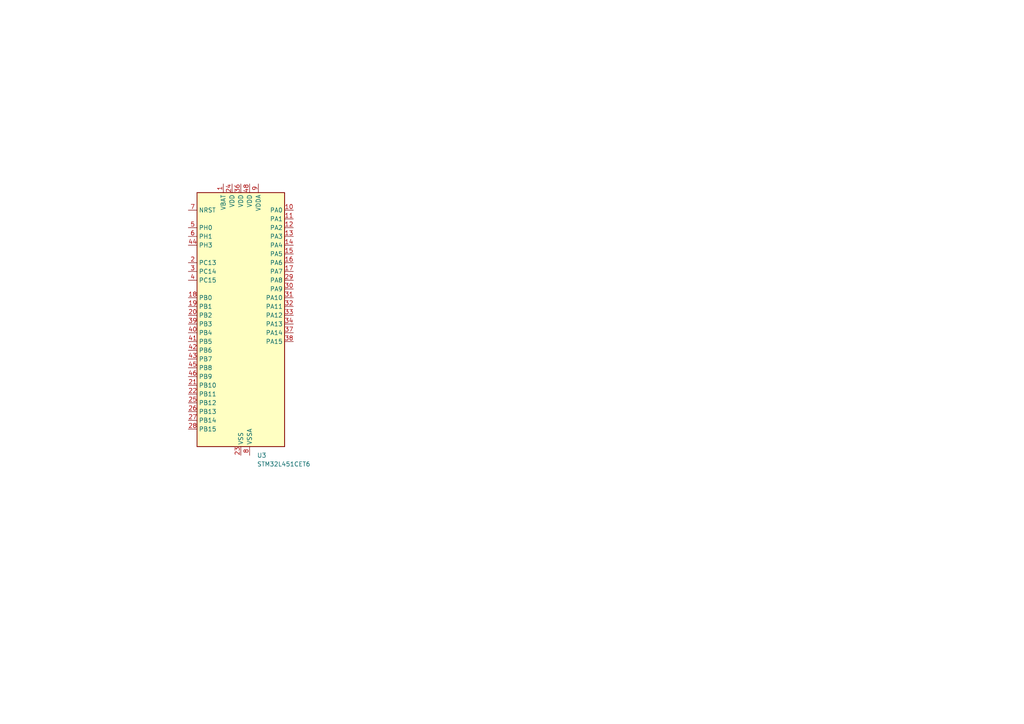
<source format=kicad_sch>
(kicad_sch (version 20250114) (generator "eeschema") (generator_version "9.0")
  (paper "A4")
  (lib_symbols
    (symbol "#dzdb:s_mcu/M-STM-STM32L451CET6"
      (property "Reference" "U" (at -12.7 39.37 0))
      (property "Value" "STM32L451CET6" (at 7.62 39.37 0))
      (symbol "s_mcu/M-STM-STM32L451CET6_0_1"
        (rectangle (start -12.7 -35.56) (end 12.7 38.1) (stroke (width 0.254)) (fill (type background)))
      )
      (symbol "s_mcu/M-STM-STM32L451CET6_1_1"
        (pin input line (at -15.24 33.02 0) (length 2.54) (name "NRST") (number "7"))
        (pin bidirectional line (at -15.24 27.94 0) (length 2.54) (name "PH0") (number "5"))
        (pin bidirectional line (at -15.24 25.4 0) (length 2.54) (name "PH1") (number "6"))
        (pin bidirectional line (at -15.24 22.86 0) (length 2.54) (name "PH3") (number "44"))
        (pin bidirectional line (at -15.24 17.78 0) (length 2.54) (name "PC13") (number "2"))
        (pin bidirectional line (at -15.24 15.24 0) (length 2.54) (name "PC14") (number "3"))
        (pin bidirectional line (at -15.24 12.7 0) (length 2.54) (name "PC15") (number "4"))
        (pin bidirectional line (at -15.24 7.62 0) (length 2.54) (name "PB0") (number "18"))
        (pin bidirectional line (at -15.24 5.08 0) (length 2.54) (name "PB1") (number "19"))
        (pin bidirectional line (at -15.24 2.54 0) (length 2.54) (name "PB2") (number "20"))
        (pin bidirectional line (at -15.24 0 0) (length 2.54) (name "PB3") (number "39"))
        (pin bidirectional line (at -15.24 -2.54 0) (length 2.54) (name "PB4") (number "40"))
        (pin bidirectional line (at -15.24 -5.08 0) (length 2.54) (name "PB5") (number "41"))
        (pin bidirectional line (at -15.24 -7.62 0) (length 2.54) (name "PB6") (number "42"))
        (pin bidirectional line (at -15.24 -10.16 0) (length 2.54) (name "PB7") (number "43"))
        (pin bidirectional line (at -15.24 -12.7 0) (length 2.54) (name "PB8") (number "45"))
        (pin bidirectional line (at -15.24 -15.24 0) (length 2.54) (name "PB9") (number "46"))
        (pin bidirectional line (at -15.24 -17.78 0) (length 2.54) (name "PB10") (number "21"))
        (pin bidirectional line (at -15.24 -20.32 0) (length 2.54) (name "PB11") (number "22"))
        (pin bidirectional line (at -15.24 -22.86 0) (length 2.54) (name "PB12") (number "25"))
        (pin bidirectional line (at -15.24 -25.4 0) (length 2.54) (name "PB13") (number "26"))
        (pin bidirectional line (at -15.24 -27.94 0) (length 2.54) (name "PB14") (number "27"))
        (pin bidirectional line (at -15.24 -30.48 0) (length 2.54) (name "PB15") (number "28"))
        (pin power_in line (at -5.08 40.64 270) (length 2.54) (name "VBAT") (number "1"))
        (pin power_in line (at -2.54 40.64 270) (length 2.54) (name "VDD") (number "24"))
        (pin power_in line (at 0 40.64 270) (length 2.54) (name "VDD") (number "36"))
        (pin power_in line (at 0 -38.1 90) (length 2.54) (name "VSS") (number "23"))
        (pin passive line (at 0 -38.1 90) (length 2.54) (hide yes) (name "VSS") (number "35"))
        (pin passive line (at 0 -38.1 90) (length 2.54) (hide yes) (name "VSS") (number "47"))
        (pin power_in line (at 2.54 40.64 270) (length 2.54) (name "VDD") (number "48"))
        (pin power_in line (at 2.54 -38.1 90) (length 2.54) (name "VSSA") (number "8"))
        (pin power_in line (at 5.08 40.64 270) (length 2.54) (name "VDDA") (number "9"))
        (pin bidirectional line (at 15.24 33.02 180) (length 2.54) (name "PA0") (number "10"))
        (pin bidirectional line (at 15.24 30.48 180) (length 2.54) (name "PA1") (number "11"))
        (pin bidirectional line (at 15.24 27.94 180) (length 2.54) (name "PA2") (number "12"))
        (pin bidirectional line (at 15.24 25.4 180) (length 2.54) (name "PA3") (number "13"))
        (pin bidirectional line (at 15.24 22.86 180) (length 2.54) (name "PA4") (number "14"))
        (pin bidirectional line (at 15.24 20.32 180) (length 2.54) (name "PA5") (number "15"))
        (pin bidirectional line (at 15.24 17.78 180) (length 2.54) (name "PA6") (number "16"))
        (pin bidirectional line (at 15.24 15.24 180) (length 2.54) (name "PA7") (number "17"))
        (pin bidirectional line (at 15.24 12.7 180) (length 2.54) (name "PA8") (number "29"))
        (pin bidirectional line (at 15.24 10.16 180) (length 2.54) (name "PA9") (number "30"))
        (pin bidirectional line (at 15.24 7.62 180) (length 2.54) (name "PA10") (number "31"))
        (pin bidirectional line (at 15.24 5.08 180) (length 2.54) (name "PA11") (number "32"))
        (pin bidirectional line (at 15.24 2.54 180) (length 2.54) (name "PA12") (number "33"))
        (pin bidirectional line (at 15.24 0 180) (length 2.54) (name "PA13") (number "34"))
        (pin bidirectional line (at 15.24 -2.54 180) (length 2.54) (name "PA14") (number "37"))
        (pin bidirectional line (at 15.24 -5.08 180) (length 2.54) (name "PA15") (number "38"))
      )
    )
  )
  (symbol (lib_id "#dzdb:s_mcu/M-STM-STM32L451CET6") (at 69.85 93.98 0) (unit 1)
    (property "Reference" "U3" (at 74.5333 132.08 0) (effects (justify left)))
    (property "Value" "STM32L451CET6" (at 74.5333 134.62 0) (effects (justify left)))
    (property "Footprint" "Package_QFP:LQFP-48-1EP_7x7mm_P0.5mm_EP3.6x3.6mm_ThermalVias" (effects (hide yes)))
    (property "Datasheet" "https://www.st.com/resource/en/datasheet/stm32l451cc.pdf" (effects (hide yes)))
    (property "Description" "MCU 32-Bit ARM Cortex M4 80MHz LQFP48" (effects (hide yes)))
    (property "IPN" "M-STM-STM32L451CET6" (effects (hide yes)))
    (property "MPN" "STM32L451CET6" (effects (hide yes)))
    (property "Manufacturer" "STMicroelectronics" (effects (hide yes)))
    (property "Core" "Cortex-M4" (effects (hide yes)))
    (property "Flash" "512KB" (effects (hide yes)))
    (property "RAM" "160KB" (effects (hide yes)))
    (property "Freq" "80MHz" (effects (hide yes)))
    (property "Voltage" "1.71V-3.6V" (effects (hide yes)))
    (property "Pins" "38" (effects (hide yes)))
    (property "ADC" "12bit" (effects (hide yes)))
    (property "DAC" "12bit" (effects (hide yes)))
    (property "Interfaces" "I2C SPI UART USART CAN" (effects (hide yes)))
    (property "Special" "DMA RTC" (effects (hide yes)))
    (property "Package" "LQFP48" (effects (hide yes)))
    (property "Temp Range" "-40°C to 85°C" (effects (hide yes)))
    (property "Supplier" " Mouser" (effects (hide yes)))
    (property "SPN" "511-STM32L451CET6" (effects (hide yes)))
    (property "LCSC" "C5269846" (effects (hide yes)))
    (property "Comment" "lifecycle=Active" (effects (hide yes)))
  )
)
</source>
